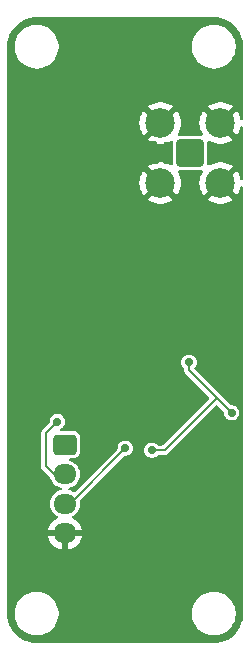
<source format=gbr>
%TF.GenerationSoftware,KiCad,Pcbnew,8.0.3*%
%TF.CreationDate,2024-10-23T15:01:46-04:00*%
%TF.ProjectId,SensorBoardNoMCU,53656e73-6f72-4426-9f61-72644e6f4d43,rev?*%
%TF.SameCoordinates,Original*%
%TF.FileFunction,Copper,L2,Bot*%
%TF.FilePolarity,Positive*%
%FSLAX46Y46*%
G04 Gerber Fmt 4.6, Leading zero omitted, Abs format (unit mm)*
G04 Created by KiCad (PCBNEW 8.0.3) date 2024-10-23 15:01:46*
%MOMM*%
%LPD*%
G01*
G04 APERTURE LIST*
G04 Aperture macros list*
%AMRoundRect*
0 Rectangle with rounded corners*
0 $1 Rounding radius*
0 $2 $3 $4 $5 $6 $7 $8 $9 X,Y pos of 4 corners*
0 Add a 4 corners polygon primitive as box body*
4,1,4,$2,$3,$4,$5,$6,$7,$8,$9,$2,$3,0*
0 Add four circle primitives for the rounded corners*
1,1,$1+$1,$2,$3*
1,1,$1+$1,$4,$5*
1,1,$1+$1,$6,$7*
1,1,$1+$1,$8,$9*
0 Add four rect primitives between the rounded corners*
20,1,$1+$1,$2,$3,$4,$5,0*
20,1,$1+$1,$4,$5,$6,$7,0*
20,1,$1+$1,$6,$7,$8,$9,0*
20,1,$1+$1,$8,$9,$2,$3,0*%
G04 Aperture macros list end*
%TA.AperFunction,ComponentPad*%
%ADD10RoundRect,0.250000X-0.725000X0.600000X-0.725000X-0.600000X0.725000X-0.600000X0.725000X0.600000X0*%
%TD*%
%TA.AperFunction,ComponentPad*%
%ADD11O,1.950000X1.700000*%
%TD*%
%TA.AperFunction,ComponentPad*%
%ADD12RoundRect,0.200100X0.949900X0.949900X-0.949900X0.949900X-0.949900X-0.949900X0.949900X-0.949900X0*%
%TD*%
%TA.AperFunction,ComponentPad*%
%ADD13C,2.500000*%
%TD*%
%TA.AperFunction,ViaPad*%
%ADD14C,0.600000*%
%TD*%
%TA.AperFunction,ViaPad*%
%ADD15C,0.700000*%
%TD*%
%TA.AperFunction,Conductor*%
%ADD16C,0.200000*%
%TD*%
G04 APERTURE END LIST*
D10*
%TO.P,J1,1,Pin_1*%
%TO.N,+3.3V*%
X94400000Y-83700000D03*
D11*
%TO.P,J1,2,Pin_2*%
%TO.N,SDA1*%
X94400000Y-86200000D03*
%TO.P,J1,3,Pin_3*%
%TO.N,SCL1*%
X94400000Y-88700000D03*
%TO.P,J1,4,Pin_4*%
%TO.N,GND*%
X94400000Y-91200000D03*
%TD*%
D12*
%TO.P,J2,1,In*%
%TO.N,/RF_IN*%
X105000000Y-59000000D03*
D13*
%TO.P,J2,2,Ext*%
%TO.N,GND*%
X107540000Y-61540000D03*
X107540000Y-56460000D03*
X102460000Y-61540000D03*
X102460000Y-56460000D03*
%TD*%
D14*
%TO.N,GND*%
X95750000Y-55692500D03*
X107600000Y-59000000D03*
X99500000Y-61000000D03*
X104900000Y-61700000D03*
X101000000Y-53900000D03*
D15*
X100250000Y-76750000D03*
D14*
X95300000Y-61800000D03*
X91000000Y-65200000D03*
D15*
X94000000Y-74000000D03*
X104584314Y-80784314D03*
D14*
X98800000Y-61700000D03*
D15*
X91475000Y-70525000D03*
D14*
X103000000Y-58300000D03*
D15*
X99500000Y-72750000D03*
X106750000Y-89275000D03*
D14*
X98000000Y-63200000D03*
X97400000Y-65200000D03*
D15*
X99593750Y-54156250D03*
X107000000Y-87250000D03*
D14*
X96500000Y-57500000D03*
D15*
X91000000Y-80500000D03*
X102750000Y-89500000D03*
D14*
X108500000Y-63800000D03*
D15*
X97750000Y-75750000D03*
D14*
X95600000Y-60700000D03*
X97400000Y-56000000D03*
X98500000Y-56800000D03*
X99200000Y-51000000D03*
X104100000Y-53900000D03*
X91600000Y-67200000D03*
X100900000Y-63600000D03*
X101900000Y-58200000D03*
X95500000Y-65300000D03*
X96200000Y-63800000D03*
X102300000Y-52400000D03*
X97100000Y-48600000D03*
X100400000Y-59300000D03*
X90900000Y-61100000D03*
X92900000Y-65100000D03*
X97700000Y-66800000D03*
X96200000Y-51700000D03*
X104800000Y-56400000D03*
X98100000Y-60900000D03*
X99800000Y-56600000D03*
X93700000Y-63400000D03*
X90000000Y-70200000D03*
X91100000Y-57500000D03*
X99900000Y-62800000D03*
D15*
X106250000Y-76750000D03*
D14*
X90800000Y-62800000D03*
X95100000Y-66800000D03*
X101200000Y-59900000D03*
X102100000Y-59700000D03*
D15*
X99250000Y-80950000D03*
D14*
X108200000Y-54000000D03*
D15*
X101250000Y-94000000D03*
X97000000Y-98500000D03*
D14*
X90500000Y-67100000D03*
X103000000Y-59700000D03*
X102300000Y-49000000D03*
X94250000Y-57250000D03*
X93400000Y-66700000D03*
D15*
%TO.N,SCL1*%
X99500000Y-84000000D03*
%TO.N,SDA1*%
X108500000Y-81000000D03*
X104896183Y-76715394D03*
X93750000Y-81750000D03*
X101743557Y-84170501D03*
%TD*%
D16*
%TO.N,SCL1*%
X94800000Y-88700000D02*
X94400000Y-88700000D01*
X99500000Y-84000000D02*
X94800000Y-88700000D01*
%TO.N,SDA1*%
X108500000Y-81000000D02*
X107250000Y-79750000D01*
X92750000Y-82750000D02*
X92750000Y-85500000D01*
X93450000Y-86200000D02*
X94400000Y-86200000D01*
X104896183Y-77396183D02*
X107250000Y-79750000D01*
X102829499Y-84170501D02*
X101743557Y-84170501D01*
X93750000Y-81750000D02*
X92750000Y-82750000D01*
X107250000Y-79750000D02*
X102829499Y-84170501D01*
X104896183Y-76715394D02*
X104896183Y-77396183D01*
X92750000Y-85500000D02*
X93450000Y-86200000D01*
%TD*%
%TA.AperFunction,Conductor*%
%TO.N,GND*%
G36*
X107003736Y-47500726D02*
G01*
X107293796Y-47518271D01*
X107308659Y-47520076D01*
X107590798Y-47571780D01*
X107605335Y-47575363D01*
X107879172Y-47660695D01*
X107893163Y-47666000D01*
X108154743Y-47783727D01*
X108167989Y-47790680D01*
X108413465Y-47939075D01*
X108425776Y-47947573D01*
X108651573Y-48124473D01*
X108662781Y-48134403D01*
X108865596Y-48337218D01*
X108875526Y-48348426D01*
X108995481Y-48501538D01*
X109052422Y-48574217D01*
X109060926Y-48586537D01*
X109072532Y-48605735D01*
X109209316Y-48832004D01*
X109216275Y-48845263D01*
X109333997Y-49106831D01*
X109339306Y-49120832D01*
X109424635Y-49394663D01*
X109428219Y-49409201D01*
X109479923Y-49691340D01*
X109481728Y-49706205D01*
X109499274Y-49996263D01*
X109499500Y-50003750D01*
X109499500Y-56080173D01*
X109479815Y-56147212D01*
X109427011Y-56192967D01*
X109357853Y-56202911D01*
X109294297Y-56173886D01*
X109256523Y-56115108D01*
X109254609Y-56107765D01*
X109216941Y-55942729D01*
X109121116Y-55698573D01*
X109121117Y-55698573D01*
X108989972Y-55471426D01*
X108942124Y-55411427D01*
X108294114Y-56059437D01*
X108293260Y-56057374D01*
X108200238Y-55918156D01*
X108081844Y-55799762D01*
X107942626Y-55706740D01*
X107940562Y-55705885D01*
X108589168Y-55057278D01*
X108417454Y-54940206D01*
X108417445Y-54940201D01*
X108181142Y-54826404D01*
X108181144Y-54826404D01*
X107930505Y-54749092D01*
X107930499Y-54749090D01*
X107671151Y-54710000D01*
X107408848Y-54710000D01*
X107149500Y-54749090D01*
X107149494Y-54749092D01*
X106898858Y-54826404D01*
X106898854Y-54826405D01*
X106662547Y-54940205D01*
X106662539Y-54940210D01*
X106490830Y-55057277D01*
X107139438Y-55705885D01*
X107137374Y-55706740D01*
X106998156Y-55799762D01*
X106879762Y-55918156D01*
X106786740Y-56057374D01*
X106785885Y-56059437D01*
X106137875Y-55411427D01*
X106137874Y-55411427D01*
X106090028Y-55471425D01*
X105958883Y-55698573D01*
X105863058Y-55942729D01*
X105804693Y-56198449D01*
X105804692Y-56198454D01*
X105785093Y-56459995D01*
X105785093Y-56460004D01*
X105804692Y-56721545D01*
X105804693Y-56721550D01*
X105863058Y-56977270D01*
X105958883Y-57221426D01*
X105958882Y-57221426D01*
X106040910Y-57363500D01*
X106057383Y-57431400D01*
X106034531Y-57497427D01*
X105979610Y-57540617D01*
X105933523Y-57549500D01*
X104066476Y-57549500D01*
X103999437Y-57529815D01*
X103953682Y-57477011D01*
X103943738Y-57407853D01*
X103959089Y-57363499D01*
X104041118Y-57221423D01*
X104136941Y-56977270D01*
X104195306Y-56721550D01*
X104195307Y-56721545D01*
X104214907Y-56460004D01*
X104214907Y-56459995D01*
X104195307Y-56198454D01*
X104195306Y-56198449D01*
X104136941Y-55942729D01*
X104041116Y-55698573D01*
X104041117Y-55698573D01*
X103909972Y-55471426D01*
X103862124Y-55411427D01*
X103214114Y-56059437D01*
X103213260Y-56057374D01*
X103120238Y-55918156D01*
X103001844Y-55799762D01*
X102862626Y-55706740D01*
X102860562Y-55705885D01*
X103509168Y-55057278D01*
X103337454Y-54940206D01*
X103337445Y-54940201D01*
X103101142Y-54826404D01*
X103101144Y-54826404D01*
X102850505Y-54749092D01*
X102850499Y-54749090D01*
X102591151Y-54710000D01*
X102328848Y-54710000D01*
X102069500Y-54749090D01*
X102069494Y-54749092D01*
X101818858Y-54826404D01*
X101818854Y-54826405D01*
X101582547Y-54940205D01*
X101582539Y-54940210D01*
X101410830Y-55057277D01*
X102059438Y-55705885D01*
X102057374Y-55706740D01*
X101918156Y-55799762D01*
X101799762Y-55918156D01*
X101706740Y-56057374D01*
X101705885Y-56059437D01*
X101057874Y-55411427D01*
X101010028Y-55471425D01*
X100878883Y-55698573D01*
X100783058Y-55942729D01*
X100724693Y-56198449D01*
X100724692Y-56198454D01*
X100705093Y-56459995D01*
X100705093Y-56460004D01*
X100724692Y-56721545D01*
X100724693Y-56721550D01*
X100783058Y-56977270D01*
X100878883Y-57221426D01*
X100878882Y-57221426D01*
X101010027Y-57448573D01*
X101057874Y-57508571D01*
X101705884Y-56860561D01*
X101706740Y-56862626D01*
X101799762Y-57001844D01*
X101918156Y-57120238D01*
X102057374Y-57213260D01*
X102059437Y-57214114D01*
X101410830Y-57862720D01*
X101582546Y-57979793D01*
X101582550Y-57979795D01*
X101818854Y-58093594D01*
X101818858Y-58093595D01*
X102069494Y-58170907D01*
X102069500Y-58170909D01*
X102328848Y-58209999D01*
X102328857Y-58210000D01*
X102591143Y-58210000D01*
X102591151Y-58209999D01*
X102850499Y-58170909D01*
X102850505Y-58170907D01*
X103101143Y-58093595D01*
X103337445Y-57979798D01*
X103337459Y-57979790D01*
X103355647Y-57967390D01*
X103422125Y-57945888D01*
X103489676Y-57963741D01*
X103536851Y-58015280D01*
X103549500Y-58069842D01*
X103549500Y-59930158D01*
X103529815Y-59997197D01*
X103477011Y-60042952D01*
X103407853Y-60052896D01*
X103355647Y-60032610D01*
X103337459Y-60020209D01*
X103337445Y-60020201D01*
X103101142Y-59906404D01*
X103101144Y-59906404D01*
X102850505Y-59829092D01*
X102850499Y-59829090D01*
X102591151Y-59790000D01*
X102328848Y-59790000D01*
X102069500Y-59829090D01*
X102069494Y-59829092D01*
X101818858Y-59906404D01*
X101818854Y-59906405D01*
X101582547Y-60020205D01*
X101582539Y-60020210D01*
X101410830Y-60137277D01*
X102059438Y-60785885D01*
X102057374Y-60786740D01*
X101918156Y-60879762D01*
X101799762Y-60998156D01*
X101706740Y-61137374D01*
X101705885Y-61139437D01*
X101057874Y-60491427D01*
X101010028Y-60551425D01*
X100878883Y-60778573D01*
X100783058Y-61022729D01*
X100724693Y-61278449D01*
X100724692Y-61278454D01*
X100705093Y-61539995D01*
X100705093Y-61540004D01*
X100724692Y-61801545D01*
X100724693Y-61801550D01*
X100783058Y-62057270D01*
X100878883Y-62301426D01*
X100878882Y-62301426D01*
X101010027Y-62528573D01*
X101057874Y-62588571D01*
X101705884Y-61940561D01*
X101706740Y-61942626D01*
X101799762Y-62081844D01*
X101918156Y-62200238D01*
X102057374Y-62293260D01*
X102059437Y-62294114D01*
X101410830Y-62942720D01*
X101582546Y-63059793D01*
X101582550Y-63059795D01*
X101818854Y-63173594D01*
X101818858Y-63173595D01*
X102069494Y-63250907D01*
X102069500Y-63250909D01*
X102328848Y-63289999D01*
X102328857Y-63290000D01*
X102591143Y-63290000D01*
X102591151Y-63289999D01*
X102850499Y-63250909D01*
X102850505Y-63250907D01*
X103101143Y-63173595D01*
X103337445Y-63059798D01*
X103337447Y-63059797D01*
X103509168Y-62942720D01*
X102860562Y-62294114D01*
X102862626Y-62293260D01*
X103001844Y-62200238D01*
X103120238Y-62081844D01*
X103213260Y-61942626D01*
X103214114Y-61940561D01*
X103862125Y-62588572D01*
X103909971Y-62528573D01*
X104041116Y-62301426D01*
X104136941Y-62057270D01*
X104195306Y-61801550D01*
X104195307Y-61801545D01*
X104214907Y-61540004D01*
X104214907Y-61539995D01*
X104195307Y-61278454D01*
X104195306Y-61278449D01*
X104136941Y-61022729D01*
X104041118Y-60778576D01*
X103959089Y-60636500D01*
X103942616Y-60568600D01*
X103965468Y-60502573D01*
X104020389Y-60459382D01*
X104066470Y-60450499D01*
X105933523Y-60450499D01*
X106000562Y-60470184D01*
X106046317Y-60522988D01*
X106056261Y-60592146D01*
X106040910Y-60636499D01*
X105958883Y-60778573D01*
X105863058Y-61022729D01*
X105804693Y-61278449D01*
X105804692Y-61278454D01*
X105785093Y-61539995D01*
X105785093Y-61540004D01*
X105804692Y-61801545D01*
X105804693Y-61801550D01*
X105863058Y-62057270D01*
X105958883Y-62301426D01*
X105958882Y-62301426D01*
X106090027Y-62528573D01*
X106137874Y-62588571D01*
X106785884Y-61940561D01*
X106786740Y-61942626D01*
X106879762Y-62081844D01*
X106998156Y-62200238D01*
X107137374Y-62293260D01*
X107139437Y-62294114D01*
X106490830Y-62942720D01*
X106662546Y-63059793D01*
X106662550Y-63059795D01*
X106898854Y-63173594D01*
X106898858Y-63173595D01*
X107149494Y-63250907D01*
X107149500Y-63250909D01*
X107408848Y-63289999D01*
X107408857Y-63290000D01*
X107671143Y-63290000D01*
X107671151Y-63289999D01*
X107930499Y-63250909D01*
X107930505Y-63250907D01*
X108181143Y-63173595D01*
X108417445Y-63059798D01*
X108417447Y-63059797D01*
X108589168Y-62942720D01*
X107940562Y-62294114D01*
X107942626Y-62293260D01*
X108081844Y-62200238D01*
X108200238Y-62081844D01*
X108293260Y-61942626D01*
X108294114Y-61940561D01*
X108942125Y-62588572D01*
X108989971Y-62528573D01*
X109121116Y-62301426D01*
X109216941Y-62057270D01*
X109254609Y-61892234D01*
X109288717Y-61831255D01*
X109350379Y-61798397D01*
X109420016Y-61804092D01*
X109475520Y-61846532D01*
X109499268Y-61912242D01*
X109499500Y-61919826D01*
X109499500Y-97996249D01*
X109499274Y-98003736D01*
X109481728Y-98293794D01*
X109479923Y-98308659D01*
X109428219Y-98590798D01*
X109424635Y-98605336D01*
X109339306Y-98879167D01*
X109333997Y-98893168D01*
X109216275Y-99154736D01*
X109209316Y-99167995D01*
X109060928Y-99413459D01*
X109052422Y-99425782D01*
X108875526Y-99651573D01*
X108865596Y-99662781D01*
X108662781Y-99865596D01*
X108651573Y-99875526D01*
X108425782Y-100052422D01*
X108413459Y-100060928D01*
X108167995Y-100209316D01*
X108154736Y-100216275D01*
X107893168Y-100333997D01*
X107879167Y-100339306D01*
X107605336Y-100424635D01*
X107590798Y-100428219D01*
X107308659Y-100479923D01*
X107293794Y-100481728D01*
X107003736Y-100499274D01*
X106996249Y-100499500D01*
X92003751Y-100499500D01*
X91996264Y-100499274D01*
X91706205Y-100481728D01*
X91691340Y-100479923D01*
X91409201Y-100428219D01*
X91394663Y-100424635D01*
X91120832Y-100339306D01*
X91106831Y-100333997D01*
X90845263Y-100216275D01*
X90832004Y-100209316D01*
X90586540Y-100060928D01*
X90574217Y-100052422D01*
X90348426Y-99875526D01*
X90337218Y-99865596D01*
X90134403Y-99662781D01*
X90124473Y-99651573D01*
X90038575Y-99541932D01*
X89947573Y-99425776D01*
X89939075Y-99413465D01*
X89790680Y-99167989D01*
X89783727Y-99154743D01*
X89666000Y-98893163D01*
X89660693Y-98879167D01*
X89575364Y-98605336D01*
X89571780Y-98590798D01*
X89557752Y-98514250D01*
X89520075Y-98308657D01*
X89518271Y-98293794D01*
X89507836Y-98121288D01*
X89500726Y-98003736D01*
X89500500Y-97996249D01*
X89500500Y-97878711D01*
X90149500Y-97878711D01*
X90149500Y-98121288D01*
X90181161Y-98361785D01*
X90243947Y-98596104D01*
X90336773Y-98820205D01*
X90336776Y-98820212D01*
X90458064Y-99030289D01*
X90458066Y-99030292D01*
X90458067Y-99030293D01*
X90605733Y-99222736D01*
X90605739Y-99222743D01*
X90777256Y-99394260D01*
X90777263Y-99394266D01*
X90818336Y-99425782D01*
X90969711Y-99541936D01*
X91179788Y-99663224D01*
X91403900Y-99756054D01*
X91638211Y-99818838D01*
X91818586Y-99842584D01*
X91878711Y-99850500D01*
X91878712Y-99850500D01*
X92121289Y-99850500D01*
X92169388Y-99844167D01*
X92361789Y-99818838D01*
X92596100Y-99756054D01*
X92820212Y-99663224D01*
X93030289Y-99541936D01*
X93222738Y-99394265D01*
X93394265Y-99222738D01*
X93541936Y-99030289D01*
X93663224Y-98820212D01*
X93756054Y-98596100D01*
X93818838Y-98361789D01*
X93850500Y-98121288D01*
X93850500Y-97878712D01*
X93850500Y-97878711D01*
X105149500Y-97878711D01*
X105149500Y-98121288D01*
X105181161Y-98361785D01*
X105243947Y-98596104D01*
X105336773Y-98820205D01*
X105336776Y-98820212D01*
X105458064Y-99030289D01*
X105458066Y-99030292D01*
X105458067Y-99030293D01*
X105605733Y-99222736D01*
X105605739Y-99222743D01*
X105777256Y-99394260D01*
X105777263Y-99394266D01*
X105818336Y-99425782D01*
X105969711Y-99541936D01*
X106179788Y-99663224D01*
X106403900Y-99756054D01*
X106638211Y-99818838D01*
X106818586Y-99842584D01*
X106878711Y-99850500D01*
X106878712Y-99850500D01*
X107121289Y-99850500D01*
X107169388Y-99844167D01*
X107361789Y-99818838D01*
X107596100Y-99756054D01*
X107820212Y-99663224D01*
X108030289Y-99541936D01*
X108222738Y-99394265D01*
X108394265Y-99222738D01*
X108541936Y-99030289D01*
X108663224Y-98820212D01*
X108756054Y-98596100D01*
X108818838Y-98361789D01*
X108850500Y-98121288D01*
X108850500Y-97878712D01*
X108818838Y-97638211D01*
X108756054Y-97403900D01*
X108663224Y-97179788D01*
X108541936Y-96969711D01*
X108394265Y-96777262D01*
X108394260Y-96777256D01*
X108222743Y-96605739D01*
X108222736Y-96605733D01*
X108030293Y-96458067D01*
X108030292Y-96458066D01*
X108030289Y-96458064D01*
X107820212Y-96336776D01*
X107820205Y-96336773D01*
X107596104Y-96243947D01*
X107361785Y-96181161D01*
X107121289Y-96149500D01*
X107121288Y-96149500D01*
X106878712Y-96149500D01*
X106878711Y-96149500D01*
X106638214Y-96181161D01*
X106403895Y-96243947D01*
X106179794Y-96336773D01*
X106179785Y-96336777D01*
X105969706Y-96458067D01*
X105777263Y-96605733D01*
X105777256Y-96605739D01*
X105605739Y-96777256D01*
X105605733Y-96777263D01*
X105458067Y-96969706D01*
X105336777Y-97179785D01*
X105336773Y-97179794D01*
X105243947Y-97403895D01*
X105181161Y-97638214D01*
X105149500Y-97878711D01*
X93850500Y-97878711D01*
X93818838Y-97638211D01*
X93756054Y-97403900D01*
X93663224Y-97179788D01*
X93541936Y-96969711D01*
X93394265Y-96777262D01*
X93394260Y-96777256D01*
X93222743Y-96605739D01*
X93222736Y-96605733D01*
X93030293Y-96458067D01*
X93030292Y-96458066D01*
X93030289Y-96458064D01*
X92820212Y-96336776D01*
X92820205Y-96336773D01*
X92596104Y-96243947D01*
X92361785Y-96181161D01*
X92121289Y-96149500D01*
X92121288Y-96149500D01*
X91878712Y-96149500D01*
X91878711Y-96149500D01*
X91638214Y-96181161D01*
X91403895Y-96243947D01*
X91179794Y-96336773D01*
X91179785Y-96336777D01*
X90969706Y-96458067D01*
X90777263Y-96605733D01*
X90777256Y-96605739D01*
X90605739Y-96777256D01*
X90605733Y-96777263D01*
X90458067Y-96969706D01*
X90336777Y-97179785D01*
X90336773Y-97179794D01*
X90243947Y-97403895D01*
X90181161Y-97638214D01*
X90149500Y-97878711D01*
X89500500Y-97878711D01*
X89500500Y-82697273D01*
X92349500Y-82697273D01*
X92349500Y-85552726D01*
X92376793Y-85654589D01*
X92403156Y-85700250D01*
X92429520Y-85745913D01*
X92429522Y-85745915D01*
X93131687Y-86448080D01*
X93161937Y-86497443D01*
X93208787Y-86641636D01*
X93208788Y-86641639D01*
X93291006Y-86802997D01*
X93397441Y-86949494D01*
X93397445Y-86949499D01*
X93525500Y-87077554D01*
X93525505Y-87077558D01*
X93653287Y-87170396D01*
X93672006Y-87183996D01*
X93777484Y-87237740D01*
X93833360Y-87266211D01*
X93833363Y-87266212D01*
X93919476Y-87294191D01*
X94005591Y-87322171D01*
X94030291Y-87326083D01*
X94039406Y-87327527D01*
X94102540Y-87357457D01*
X94139471Y-87416768D01*
X94138473Y-87486631D01*
X94099863Y-87544863D01*
X94039406Y-87572473D01*
X94005589Y-87577829D01*
X93833363Y-87633787D01*
X93833360Y-87633788D01*
X93672002Y-87716006D01*
X93525505Y-87822441D01*
X93525500Y-87822445D01*
X93397445Y-87950500D01*
X93397441Y-87950505D01*
X93291006Y-88097002D01*
X93208788Y-88258360D01*
X93208787Y-88258363D01*
X93152829Y-88430589D01*
X93124500Y-88609448D01*
X93124500Y-88790551D01*
X93152829Y-88969410D01*
X93208787Y-89141636D01*
X93208788Y-89141639D01*
X93291006Y-89302997D01*
X93397441Y-89449494D01*
X93397445Y-89449499D01*
X93525500Y-89577554D01*
X93525505Y-89577558D01*
X93653287Y-89670396D01*
X93672006Y-89683996D01*
X93757511Y-89727563D01*
X93808307Y-89775538D01*
X93825102Y-89843359D01*
X93802565Y-89909494D01*
X93757511Y-89948533D01*
X93567442Y-90045379D01*
X93395540Y-90170272D01*
X93395535Y-90170276D01*
X93245276Y-90320535D01*
X93245272Y-90320540D01*
X93120379Y-90492442D01*
X93023904Y-90681782D01*
X92958242Y-90883870D01*
X92958242Y-90883873D01*
X92947769Y-90950000D01*
X93995854Y-90950000D01*
X93957370Y-91016657D01*
X93925000Y-91137465D01*
X93925000Y-91262535D01*
X93957370Y-91383343D01*
X93995854Y-91450000D01*
X92947769Y-91450000D01*
X92958242Y-91516126D01*
X92958242Y-91516129D01*
X93023904Y-91718217D01*
X93120379Y-91907557D01*
X93245272Y-92079459D01*
X93245276Y-92079464D01*
X93395535Y-92229723D01*
X93395540Y-92229727D01*
X93567442Y-92354620D01*
X93756782Y-92451095D01*
X93958872Y-92516757D01*
X94150000Y-92547029D01*
X94150000Y-91604145D01*
X94216657Y-91642630D01*
X94337465Y-91675000D01*
X94462535Y-91675000D01*
X94583343Y-91642630D01*
X94650000Y-91604145D01*
X94650000Y-92547028D01*
X94841127Y-92516757D01*
X95043217Y-92451095D01*
X95232557Y-92354620D01*
X95404459Y-92229727D01*
X95404464Y-92229723D01*
X95554723Y-92079464D01*
X95554727Y-92079459D01*
X95679620Y-91907557D01*
X95776095Y-91718217D01*
X95841757Y-91516129D01*
X95841757Y-91516126D01*
X95852231Y-91450000D01*
X94804146Y-91450000D01*
X94842630Y-91383343D01*
X94875000Y-91262535D01*
X94875000Y-91137465D01*
X94842630Y-91016657D01*
X94804146Y-90950000D01*
X95852231Y-90950000D01*
X95841757Y-90883873D01*
X95841757Y-90883870D01*
X95776095Y-90681782D01*
X95679620Y-90492442D01*
X95554727Y-90320540D01*
X95554723Y-90320535D01*
X95404464Y-90170276D01*
X95404459Y-90170272D01*
X95232557Y-90045379D01*
X95042488Y-89948533D01*
X94991692Y-89900558D01*
X94974897Y-89832737D01*
X94997435Y-89766602D01*
X95042489Y-89727563D01*
X95127994Y-89683996D01*
X95274501Y-89577553D01*
X95402553Y-89449501D01*
X95508996Y-89302994D01*
X95591211Y-89141639D01*
X95647171Y-88969409D01*
X95661765Y-88877259D01*
X95675500Y-88790551D01*
X95675500Y-88609448D01*
X95655500Y-88483177D01*
X95664454Y-88413884D01*
X95690289Y-88376101D01*
X99379573Y-84686819D01*
X99440896Y-84653334D01*
X99467254Y-84650500D01*
X99578985Y-84650500D01*
X99732365Y-84612696D01*
X99752392Y-84602185D01*
X99872240Y-84539283D01*
X99990483Y-84434530D01*
X100080220Y-84304523D01*
X100131048Y-84170500D01*
X101088279Y-84170500D01*
X101088279Y-84170501D01*
X101107319Y-84327319D01*
X101161643Y-84470557D01*
X101163337Y-84475024D01*
X101253074Y-84605031D01*
X101371317Y-84709784D01*
X101371319Y-84709785D01*
X101511191Y-84783197D01*
X101664571Y-84821001D01*
X101664572Y-84821001D01*
X101822542Y-84821001D01*
X101975922Y-84783197D01*
X101990096Y-84775758D01*
X102115797Y-84709784D01*
X102234040Y-84605031D01*
X102234040Y-84605029D01*
X102237252Y-84602185D01*
X102300486Y-84572464D01*
X102319479Y-84571001D01*
X102882224Y-84571001D01*
X102882226Y-84571001D01*
X102984087Y-84543708D01*
X103075412Y-84490981D01*
X107162319Y-80404074D01*
X107223642Y-80370589D01*
X107293334Y-80375573D01*
X107337681Y-80404074D01*
X107811653Y-80878046D01*
X107845138Y-80939369D01*
X107847068Y-80980669D01*
X107844722Y-80999995D01*
X107844722Y-81000000D01*
X107863762Y-81156818D01*
X107884203Y-81210715D01*
X107919780Y-81304523D01*
X108009517Y-81434530D01*
X108127760Y-81539283D01*
X108127762Y-81539284D01*
X108267634Y-81612696D01*
X108421014Y-81650500D01*
X108421015Y-81650500D01*
X108578985Y-81650500D01*
X108732365Y-81612696D01*
X108769547Y-81593181D01*
X108872240Y-81539283D01*
X108990483Y-81434530D01*
X109080220Y-81304523D01*
X109136237Y-81156818D01*
X109155278Y-81000000D01*
X109155278Y-80999995D01*
X109136237Y-80843181D01*
X109114992Y-80787164D01*
X109080220Y-80695477D01*
X108990483Y-80565470D01*
X108872240Y-80460717D01*
X108872238Y-80460716D01*
X108872237Y-80460715D01*
X108732365Y-80387303D01*
X108578986Y-80349500D01*
X108578985Y-80349500D01*
X108467255Y-80349500D01*
X108400216Y-80329815D01*
X108379574Y-80313181D01*
X105389181Y-77322788D01*
X105355696Y-77261465D01*
X105360680Y-77191773D01*
X105384050Y-77152876D01*
X105386658Y-77149930D01*
X105386666Y-77149924D01*
X105476403Y-77019917D01*
X105532420Y-76872212D01*
X105551461Y-76715394D01*
X105532420Y-76558576D01*
X105476403Y-76410871D01*
X105386666Y-76280864D01*
X105268423Y-76176111D01*
X105268421Y-76176110D01*
X105268420Y-76176109D01*
X105128548Y-76102697D01*
X104975169Y-76064894D01*
X104975168Y-76064894D01*
X104817198Y-76064894D01*
X104817197Y-76064894D01*
X104663817Y-76102697D01*
X104523945Y-76176109D01*
X104405699Y-76280865D01*
X104315964Y-76410869D01*
X104315963Y-76410870D01*
X104259945Y-76558575D01*
X104240905Y-76715393D01*
X104240905Y-76715394D01*
X104259945Y-76872212D01*
X104315963Y-77019917D01*
X104315964Y-77019918D01*
X104405700Y-77149925D01*
X104453909Y-77192633D01*
X104491036Y-77251822D01*
X104495683Y-77285449D01*
X104495683Y-77448909D01*
X104522976Y-77550772D01*
X104549339Y-77596433D01*
X104575703Y-77642096D01*
X104575705Y-77642098D01*
X106595926Y-79662319D01*
X106629411Y-79723642D01*
X106624427Y-79793334D01*
X106595926Y-79837681D01*
X102699925Y-83733682D01*
X102638602Y-83767167D01*
X102612244Y-83770001D01*
X102319479Y-83770001D01*
X102252440Y-83750316D01*
X102237252Y-83738817D01*
X102234040Y-83735972D01*
X102234040Y-83735971D01*
X102115797Y-83631218D01*
X102115795Y-83631217D01*
X102115794Y-83631216D01*
X101975922Y-83557804D01*
X101822543Y-83520001D01*
X101822542Y-83520001D01*
X101664572Y-83520001D01*
X101664571Y-83520001D01*
X101511191Y-83557804D01*
X101371319Y-83631216D01*
X101253073Y-83735972D01*
X101163338Y-83865976D01*
X101163337Y-83865977D01*
X101107319Y-84013682D01*
X101088279Y-84170500D01*
X100131048Y-84170500D01*
X100136237Y-84156818D01*
X100155278Y-84000000D01*
X100136237Y-83843182D01*
X100080220Y-83695477D01*
X99990483Y-83565470D01*
X99872240Y-83460717D01*
X99872238Y-83460716D01*
X99872237Y-83460715D01*
X99732365Y-83387303D01*
X99578986Y-83349500D01*
X99578985Y-83349500D01*
X99421015Y-83349500D01*
X99421014Y-83349500D01*
X99267634Y-83387303D01*
X99127762Y-83460715D01*
X99009516Y-83565471D01*
X98919781Y-83695475D01*
X98919780Y-83695476D01*
X98863763Y-83843181D01*
X98844722Y-84000000D01*
X98844722Y-84000003D01*
X98847068Y-84019328D01*
X98835606Y-84088251D01*
X98811653Y-84121953D01*
X95251060Y-87682546D01*
X95189737Y-87716031D01*
X95120045Y-87711047D01*
X95107084Y-87705350D01*
X94966639Y-87633788D01*
X94966636Y-87633787D01*
X94794410Y-87577829D01*
X94760594Y-87572473D01*
X94697459Y-87542544D01*
X94660528Y-87483232D01*
X94661526Y-87413370D01*
X94700136Y-87355137D01*
X94760594Y-87327527D01*
X94768388Y-87326292D01*
X94794409Y-87322171D01*
X94966639Y-87266211D01*
X95127994Y-87183996D01*
X95274501Y-87077553D01*
X95402553Y-86949501D01*
X95508996Y-86802994D01*
X95591211Y-86641639D01*
X95647171Y-86469409D01*
X95661765Y-86377259D01*
X95675500Y-86290551D01*
X95675500Y-86109448D01*
X95659019Y-86005397D01*
X95647171Y-85930591D01*
X95591211Y-85758361D01*
X95591211Y-85758360D01*
X95538336Y-85654589D01*
X95508996Y-85597006D01*
X95406983Y-85456596D01*
X95402558Y-85450505D01*
X95402554Y-85450500D01*
X95274499Y-85322445D01*
X95274494Y-85322441D01*
X95127997Y-85216006D01*
X95127996Y-85216005D01*
X95127994Y-85216004D01*
X95076300Y-85189664D01*
X94966639Y-85133788D01*
X94966636Y-85133787D01*
X94839351Y-85092431D01*
X94781676Y-85052994D01*
X94754477Y-84988636D01*
X94766391Y-84919789D01*
X94813635Y-84868313D01*
X94877669Y-84850500D01*
X95168097Y-84850500D01*
X95168102Y-84850500D01*
X95256564Y-84839877D01*
X95397342Y-84784361D01*
X95517922Y-84692922D01*
X95609361Y-84572342D01*
X95664877Y-84431564D01*
X95675500Y-84343102D01*
X95675500Y-83056898D01*
X95664877Y-82968436D01*
X95609361Y-82827658D01*
X95609360Y-82827657D01*
X95609360Y-82827656D01*
X95517922Y-82707077D01*
X95397343Y-82615639D01*
X95256561Y-82560122D01*
X95210926Y-82554642D01*
X95168102Y-82549500D01*
X94129527Y-82549500D01*
X94062488Y-82529815D01*
X94016733Y-82477011D01*
X94006789Y-82407853D01*
X94035814Y-82344297D01*
X94071900Y-82315704D01*
X94079707Y-82311605D01*
X94122240Y-82289283D01*
X94240483Y-82184530D01*
X94330220Y-82054523D01*
X94386237Y-81906818D01*
X94405278Y-81750000D01*
X94388607Y-81612696D01*
X94386237Y-81593181D01*
X94364992Y-81537164D01*
X94330220Y-81445477D01*
X94240483Y-81315470D01*
X94122240Y-81210717D01*
X94122238Y-81210716D01*
X94122237Y-81210715D01*
X93982365Y-81137303D01*
X93828986Y-81099500D01*
X93828985Y-81099500D01*
X93671015Y-81099500D01*
X93671014Y-81099500D01*
X93517634Y-81137303D01*
X93377762Y-81210715D01*
X93259516Y-81315471D01*
X93169781Y-81445475D01*
X93169780Y-81445476D01*
X93113763Y-81593181D01*
X93094722Y-81750000D01*
X93094722Y-81750003D01*
X93097068Y-81769328D01*
X93085606Y-81838251D01*
X93061653Y-81871953D01*
X92429522Y-82504084D01*
X92429520Y-82504087D01*
X92376793Y-82595410D01*
X92349500Y-82697273D01*
X89500500Y-82697273D01*
X89500500Y-50003750D01*
X89500726Y-49996263D01*
X89504486Y-49934108D01*
X89507837Y-49878711D01*
X90149500Y-49878711D01*
X90149500Y-50121288D01*
X90181161Y-50361785D01*
X90243947Y-50596104D01*
X90336773Y-50820205D01*
X90336776Y-50820212D01*
X90458064Y-51030289D01*
X90458066Y-51030292D01*
X90458067Y-51030293D01*
X90605733Y-51222736D01*
X90605739Y-51222743D01*
X90777256Y-51394260D01*
X90777262Y-51394265D01*
X90969711Y-51541936D01*
X91179788Y-51663224D01*
X91403900Y-51756054D01*
X91638211Y-51818838D01*
X91818586Y-51842584D01*
X91878711Y-51850500D01*
X91878712Y-51850500D01*
X92121289Y-51850500D01*
X92169388Y-51844167D01*
X92361789Y-51818838D01*
X92596100Y-51756054D01*
X92820212Y-51663224D01*
X93030289Y-51541936D01*
X93222738Y-51394265D01*
X93394265Y-51222738D01*
X93541936Y-51030289D01*
X93663224Y-50820212D01*
X93756054Y-50596100D01*
X93818838Y-50361789D01*
X93850500Y-50121288D01*
X93850500Y-49878712D01*
X93850500Y-49878711D01*
X105149500Y-49878711D01*
X105149500Y-50121288D01*
X105181161Y-50361785D01*
X105243947Y-50596104D01*
X105336773Y-50820205D01*
X105336776Y-50820212D01*
X105458064Y-51030289D01*
X105458066Y-51030292D01*
X105458067Y-51030293D01*
X105605733Y-51222736D01*
X105605739Y-51222743D01*
X105777256Y-51394260D01*
X105777262Y-51394265D01*
X105969711Y-51541936D01*
X106179788Y-51663224D01*
X106403900Y-51756054D01*
X106638211Y-51818838D01*
X106818586Y-51842584D01*
X106878711Y-51850500D01*
X106878712Y-51850500D01*
X107121289Y-51850500D01*
X107169388Y-51844167D01*
X107361789Y-51818838D01*
X107596100Y-51756054D01*
X107820212Y-51663224D01*
X108030289Y-51541936D01*
X108222738Y-51394265D01*
X108394265Y-51222738D01*
X108541936Y-51030289D01*
X108663224Y-50820212D01*
X108756054Y-50596100D01*
X108818838Y-50361789D01*
X108850500Y-50121288D01*
X108850500Y-49878712D01*
X108818838Y-49638211D01*
X108756054Y-49403900D01*
X108663224Y-49179788D01*
X108541936Y-48969711D01*
X108394265Y-48777262D01*
X108394260Y-48777256D01*
X108222743Y-48605739D01*
X108222736Y-48605733D01*
X108030293Y-48458067D01*
X108030292Y-48458066D01*
X108030289Y-48458064D01*
X107858661Y-48358974D01*
X107820214Y-48336777D01*
X107820205Y-48336773D01*
X107596104Y-48243947D01*
X107361785Y-48181161D01*
X107121289Y-48149500D01*
X107121288Y-48149500D01*
X106878712Y-48149500D01*
X106878711Y-48149500D01*
X106638214Y-48181161D01*
X106403895Y-48243947D01*
X106179794Y-48336773D01*
X106179785Y-48336777D01*
X105969706Y-48458067D01*
X105777263Y-48605733D01*
X105777256Y-48605739D01*
X105605739Y-48777256D01*
X105605733Y-48777263D01*
X105458067Y-48969706D01*
X105336777Y-49179785D01*
X105336773Y-49179794D01*
X105243947Y-49403895D01*
X105181161Y-49638214D01*
X105149500Y-49878711D01*
X93850500Y-49878711D01*
X93818838Y-49638211D01*
X93756054Y-49403900D01*
X93663224Y-49179788D01*
X93541936Y-48969711D01*
X93394265Y-48777262D01*
X93394260Y-48777256D01*
X93222743Y-48605739D01*
X93222736Y-48605733D01*
X93030293Y-48458067D01*
X93030292Y-48458066D01*
X93030289Y-48458064D01*
X92858661Y-48358974D01*
X92820214Y-48336777D01*
X92820205Y-48336773D01*
X92596104Y-48243947D01*
X92361785Y-48181161D01*
X92121289Y-48149500D01*
X92121288Y-48149500D01*
X91878712Y-48149500D01*
X91878711Y-48149500D01*
X91638214Y-48181161D01*
X91403895Y-48243947D01*
X91179794Y-48336773D01*
X91179785Y-48336777D01*
X90969706Y-48458067D01*
X90777263Y-48605733D01*
X90777256Y-48605739D01*
X90605739Y-48777256D01*
X90605733Y-48777263D01*
X90458067Y-48969706D01*
X90336777Y-49179785D01*
X90336773Y-49179794D01*
X90243947Y-49403895D01*
X90181161Y-49638214D01*
X90149500Y-49878711D01*
X89507837Y-49878711D01*
X89518271Y-49706201D01*
X89520076Y-49691340D01*
X89529813Y-49638211D01*
X89571780Y-49409197D01*
X89575364Y-49394663D01*
X89652096Y-49148422D01*
X89660696Y-49120822D01*
X89665998Y-49106841D01*
X89783731Y-48845249D01*
X89790676Y-48832016D01*
X89939080Y-48586526D01*
X89947567Y-48574230D01*
X90124480Y-48348417D01*
X90134395Y-48337226D01*
X90337226Y-48134395D01*
X90348417Y-48124480D01*
X90574230Y-47947567D01*
X90586526Y-47939080D01*
X90832016Y-47790676D01*
X90845249Y-47783731D01*
X91106841Y-47665998D01*
X91120822Y-47660696D01*
X91394668Y-47575362D01*
X91409197Y-47571780D01*
X91691344Y-47520075D01*
X91706201Y-47518271D01*
X91996264Y-47500726D01*
X92003751Y-47500500D01*
X92065892Y-47500500D01*
X106934108Y-47500500D01*
X106996249Y-47500500D01*
X107003736Y-47500726D01*
G37*
%TD.AperFunction*%
%TA.AperFunction,Conductor*%
G36*
X109420016Y-56724092D02*
G01*
X109475520Y-56766532D01*
X109499268Y-56832242D01*
X109499500Y-56839826D01*
X109499500Y-61160173D01*
X109479815Y-61227212D01*
X109427011Y-61272967D01*
X109357853Y-61282911D01*
X109294297Y-61253886D01*
X109256523Y-61195108D01*
X109254609Y-61187765D01*
X109216941Y-61022729D01*
X109121116Y-60778573D01*
X109121117Y-60778573D01*
X108989972Y-60551426D01*
X108942124Y-60491427D01*
X108294114Y-61139437D01*
X108293260Y-61137374D01*
X108200238Y-60998156D01*
X108081844Y-60879762D01*
X107942626Y-60786740D01*
X107940561Y-60785884D01*
X108589168Y-60137278D01*
X108417454Y-60020206D01*
X108417445Y-60020201D01*
X108181142Y-59906404D01*
X108181144Y-59906404D01*
X107930505Y-59829092D01*
X107930499Y-59829090D01*
X107671151Y-59790000D01*
X107408848Y-59790000D01*
X107149500Y-59829090D01*
X107149494Y-59829092D01*
X106898858Y-59906404D01*
X106898854Y-59906405D01*
X106662550Y-60020204D01*
X106662542Y-60020209D01*
X106644348Y-60032613D01*
X106577868Y-60054112D01*
X106510319Y-60036257D01*
X106463146Y-59984715D01*
X106450499Y-59930162D01*
X106450499Y-58069840D01*
X106470184Y-58002802D01*
X106522988Y-57957047D01*
X106592146Y-57947103D01*
X106644351Y-57967388D01*
X106662544Y-57979792D01*
X106662550Y-57979795D01*
X106898854Y-58093594D01*
X106898858Y-58093595D01*
X107149494Y-58170907D01*
X107149500Y-58170909D01*
X107408848Y-58209999D01*
X107408857Y-58210000D01*
X107671143Y-58210000D01*
X107671151Y-58209999D01*
X107930499Y-58170909D01*
X107930505Y-58170907D01*
X108181143Y-58093595D01*
X108417445Y-57979798D01*
X108417447Y-57979797D01*
X108589168Y-57862720D01*
X107940562Y-57214114D01*
X107942626Y-57213260D01*
X108081844Y-57120238D01*
X108200238Y-57001844D01*
X108293260Y-56862626D01*
X108294114Y-56860561D01*
X108942125Y-57508572D01*
X108989971Y-57448573D01*
X109121116Y-57221426D01*
X109216941Y-56977270D01*
X109254609Y-56812234D01*
X109288717Y-56751255D01*
X109350379Y-56718397D01*
X109420016Y-56724092D01*
G37*
%TD.AperFunction*%
%TD*%
M02*

</source>
